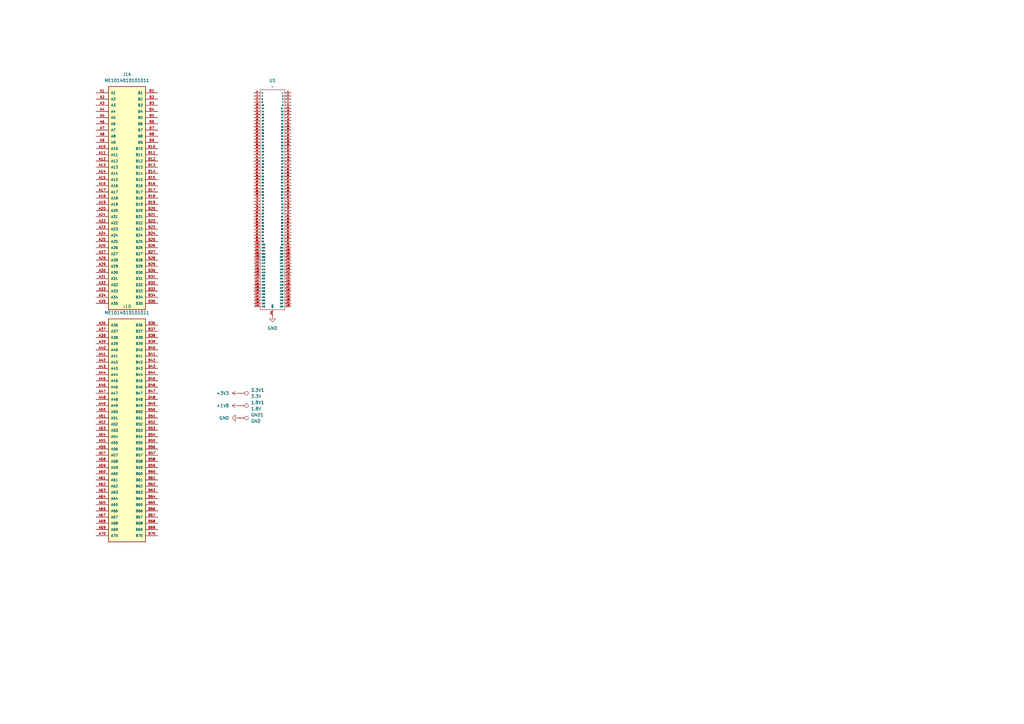
<source format=kicad_sch>
(kicad_sch (version 20231120) (generator "eeschema") (generator_version "8.0")
  (paper "A3")
  (lib_symbols
    (symbol "Connector:TestPoint" (pin_numbers hide) (pin_names (offset 0.762) hide)
      (property "Reference" "TP" (at 0 6.858 0))
      (property "Value" "TestPoint" (at 0 5.08 0))
      (symbol "TestPoint_0_1"
        (circle (center 0 3.302) (radius 0.762))
      )
      (symbol "TestPoint_1_1"
        (pin passive line (at 0 0 90) (length 2.54) (name "1") (number "1"))
      )
    )
    (symbol "FX10:FX10-140"
      (property "Reference" "U" (at 0 0 0))
      (symbol "FX10-140_0_1"
        (rectangle (start 0 -2.54) (end 10.16 -92.71))
      )
      (symbol "FX10-140_1_1"
        (pin input line (at 12.7 -3.81 180) (length 2.54) (name "1") (number "1"))
        (pin input line (at -2.54 -8.89 0) (length 2.54) (name "10") (number "10"))
        (pin input line (at -2.54 -66.04 0) (length 2.54) (name "100") (number "100"))
        (pin input line (at 12.7 -67.31 180) (length 2.54) (name "101") (number "101"))
        (pin input line (at -2.54 -67.31 0) (length 2.54) (name "102") (number "102"))
        (pin input line (at 12.7 -68.58 180) (length 2.54) (name "103") (number "103"))
        (pin input line (at -2.54 -68.58 0) (length 2.54) (name "104") (number "104"))
        (pin input line (at 12.7 -69.85 180) (length 2.54) (name "105") (number "105"))
        (pin input line (at -2.54 -69.85 0) (length 2.54) (name "106") (number "106"))
        (pin input line (at 12.7 -71.12 180) (length 2.54) (name "107") (number "107"))
        (pin input line (at -2.54 -71.12 0) (length 2.54) (name "108") (number "108"))
        (pin input line (at 12.7 -72.39 180) (length 2.54) (name "109") (number "109"))
        (pin input line (at 12.7 -10.16 180) (length 2.54) (name "11") (number "11"))
        (pin input line (at -2.54 -72.39 0) (length 2.54) (name "110") (number "110"))
        (pin input line (at 12.7 -73.66 180) (length 2.54) (name "111") (number "111"))
        (pin input line (at -2.54 -73.66 0) (length 2.54) (name "112") (number "112"))
        (pin input line (at 12.7 -74.93 180) (length 2.54) (name "113") (number "113"))
        (pin input line (at -2.54 -74.93 0) (length 2.54) (name "114") (number "114"))
        (pin input line (at 12.7 -76.2 180) (length 2.54) (name "115") (number "115"))
        (pin input line (at -2.54 -76.2 0) (length 2.54) (name "116") (number "116"))
        (pin input line (at 12.7 -77.47 180) (length 2.54) (name "117") (number "117"))
        (pin input line (at -2.54 -77.47 0) (length 2.54) (name "118") (number "118"))
        (pin input line (at 12.7 -78.74 180) (length 2.54) (name "119") (number "119"))
        (pin input line (at -2.54 -10.16 0) (length 2.54) (name "12") (number "12"))
        (pin input line (at -2.54 -78.74 0) (length 2.54) (name "120") (number "120"))
        (pin input line (at 12.7 -80.01 180) (length 2.54) (name "121") (number "121"))
        (pin input line (at -2.54 -80.01 0) (length 2.54) (name "122") (number "122"))
        (pin input line (at 12.7 -81.28 180) (length 2.54) (name "123") (number "123"))
        (pin input line (at -2.54 -81.28 0) (length 2.54) (name "124") (number "124"))
        (pin input line (at 12.7 -82.55 180) (length 2.54) (name "125") (number "125"))
        (pin input line (at -2.54 -82.55 0) (length 2.54) (name "126") (number "126"))
        (pin input line (at 12.7 -83.82 180) (length 2.54) (name "127") (number "127"))
        (pin input line (at -2.54 -83.82 0) (length 2.54) (name "128") (number "128"))
        (pin input line (at 12.7 -85.09 180) (length 2.54) (name "129") (number "129"))
        (pin input line (at 12.7 -11.43 180) (length 2.54) (name "13") (number "13"))
        (pin input line (at -2.54 -85.09 0) (length 2.54) (name "130") (number "130"))
        (pin input line (at 12.7 -86.36 180) (length 2.54) (name "131") (number "131"))
        (pin input line (at -2.54 -86.36 0) (length 2.54) (name "132") (number "132"))
        (pin input line (at 12.7 -87.63 180) (length 2.54) (name "133") (number "133"))
        (pin input line (at -2.54 -87.63 0) (length 2.54) (name "134") (number "134"))
        (pin input line (at 12.7 -88.9 180) (length 2.54) (name "135") (number "135"))
        (pin input line (at -2.54 -88.9 0) (length 2.54) (name "136") (number "136"))
        (pin input line (at 12.7 -90.17 180) (length 2.54) (name "137") (number "137"))
        (pin input line (at -2.54 -90.17 0) (length 2.54) (name "138") (number "138"))
        (pin input line (at 12.7 -91.44 180) (length 2.54) (name "139") (number "139"))
        (pin input line (at -2.54 -11.43 0) (length 2.54) (name "14") (number "14"))
        (pin input line (at -2.54 -91.44 0) (length 2.54) (name "140") (number "140"))
        (pin input line (at 5.08 -95.25 90) (length 2.54) (name "GND") (number "141"))
        (pin input line (at 12.7 -12.7 180) (length 2.54) (name "15") (number "15"))
        (pin input line (at -2.54 -12.7 0) (length 2.54) (name "16") (number "16"))
        (pin input line (at 12.7 -13.97 180) (length 2.54) (name "17") (number "17"))
        (pin input line (at -2.54 -13.97 0) (length 2.54) (name "18") (number "18"))
        (pin input line (at 12.7 -15.24 180) (length 2.54) (name "19") (number "19"))
        (pin input line (at -2.54 -3.81 0) (length 2.54) (name "2") (number "2"))
        (pin input line (at -2.54 -15.24 0) (length 2.54) (name "20") (number "20"))
        (pin input line (at 12.7 -16.51 180) (length 2.54) (name "21") (number "21"))
        (pin input line (at -2.54 -16.51 0) (length 2.54) (name "22") (number "22"))
        (pin input line (at 12.7 -17.78 180) (length 2.54) (name "23") (number "23"))
        (pin input line (at -2.54 -17.78 0) (length 2.54) (name "24") (number "24"))
        (pin input line (at 12.7 -19.05 180) (length 2.54) (name "25") (number "25"))
        (pin input line (at -2.54 -19.05 0) (length 2.54) (name "26") (number "26"))
        (pin input line (at 12.7 -20.32 180) (length 2.54) (name "27") (number "27"))
        (pin input line (at -2.54 -20.32 0) (length 2.54) (name "28") (number "28"))
        (pin input line (at 12.7 -21.59 180) (length 2.54) (name "29") (number "29"))
        (pin input line (at 12.7 -5.08 180) (length 2.54) (name "3") (number "3"))
        (pin input line (at -2.54 -21.59 0) (length 2.54) (name "30") (number "30"))
        (pin input line (at 12.7 -22.86 180) (length 2.54) (name "31") (number "31"))
        (pin input line (at -2.54 -22.86 0) (length 2.54) (name "32") (number "32"))
        (pin input line (at 12.7 -24.13 180) (length 2.54) (name "33") (number "33"))
        (pin input line (at -2.54 -24.13 0) (length 2.54) (name "34") (number "34"))
        (pin input line (at 12.7 -25.4 180) (length 2.54) (name "35") (number "35"))
        (pin input line (at -2.54 -25.4 0) (length 2.54) (name "36") (number "36"))
        (pin input line (at 12.7 -26.67 180) (length 2.54) (name "37") (number "37"))
        (pin input line (at -2.54 -26.67 0) (length 2.54) (name "38") (number "38"))
        (pin input line (at 12.7 -27.94 180) (length 2.54) (name "39") (number "39"))
        (pin input line (at -2.54 -5.08 0) (length 2.54) (name "4") (number "4"))
        (pin input line (at -2.54 -27.94 0) (length 2.54) (name "40") (number "40"))
        (pin input line (at 12.7 -29.21 180) (length 2.54) (name "41") (number "41"))
        (pin input line (at -2.54 -29.21 0) (length 2.54) (name "42") (number "42"))
        (pin input line (at 12.7 -30.48 180) (length 2.54) (name "43") (number "43"))
        (pin input line (at -2.54 -30.48 0) (length 2.54) (name "44") (number "44"))
        (pin input line (at 12.7 -31.75 180) (length 2.54) (name "45") (number "45"))
        (pin input line (at -2.54 -31.75 0) (length 2.54) (name "46") (number "46"))
        (pin input line (at 12.7 -33.02 180) (length 2.54) (name "47") (number "47"))
        (pin input line (at -2.54 -33.02 0) (length 2.54) (name "48") (number "48"))
        (pin input line (at 12.7 -34.29 180) (length 2.54) (name "49") (number "49"))
        (pin input line (at 12.7 -6.35 180) (length 2.54) (name "5") (number "5"))
        (pin input line (at -2.54 -34.29 0) (length 2.54) (name "50") (number "50"))
        (pin input line (at 12.7 -35.56 180) (length 2.54) (name "51") (number "51"))
        (pin input line (at -2.54 -35.56 0) (length 2.54) (name "52") (number "52"))
        (pin input line (at 12.7 -36.83 180) (length 2.54) (name "53") (number "53"))
        (pin input line (at -2.54 -36.83 0) (length 2.54) (name "54") (number "54"))
        (pin input line (at 12.7 -38.1 180) (length 2.54) (name "55") (number "55"))
        (pin input line (at -2.54 -38.1 0) (length 2.54) (name "56") (number "56"))
        (pin input line (at 12.7 -39.37 180) (length 2.54) (name "57") (number "57"))
        (pin input line (at -2.54 -39.37 0) (length 2.54) (name "58") (number "58"))
        (pin input line (at 12.7 -40.64 180) (length 2.54) (name "59") (number "59"))
        (pin input line (at -2.54 -6.35 0) (length 2.54) (name "6") (number "6"))
        (pin input line (at -2.54 -40.64 0) (length 2.54) (name "60") (number "60"))
        (pin input line (at 12.7 -41.91 180) (length 2.54) (name "61") (number "61"))
        (pin input line (at -2.54 -41.91 0) (length 2.54) (name "62") (number "62"))
        (pin input line (at 12.7 -43.18 180) (length 2.54) (name "63") (number "63"))
        (pin input line (at -2.54 -43.18 0) (length 2.54) (name "64") (number "64"))
        (pin input line (at 12.7 -44.45 180) (length 2.54) (name "65") (number "65"))
        (pin input line (at -2.54 -44.45 0) (length 2.54) (name "66") (number "66"))
        (pin input line (at 12.7 -45.72 180) (length 2.54) (name "67") (number "67"))
        (pin input line (at -2.54 -45.72 0) (length 2.54) (name "68") (number "68"))
        (pin input line (at 12.7 -46.99 180) (length 2.54) (name "69") (number "69"))
        (pin input line (at 12.7 -7.62 180) (length 2.54) (name "7") (number "7"))
        (pin input line (at -2.54 -46.99 0) (length 2.54) (name "70") (number "70"))
        (pin input line (at 12.7 -48.26 180) (length 2.54) (name "71") (number "71"))
        (pin input line (at -2.54 -48.26 0) (length 2.54) (name "72") (number "72"))
        (pin input line (at 12.7 -49.53 180) (length 2.54) (name "73") (number "73"))
        (pin input line (at -2.54 -49.53 0) (length 2.54) (name "74") (number "74"))
        (pin input line (at 12.7 -50.8 180) (length 2.54) (name "75") (number "75"))
        (pin input line (at -2.54 -50.8 0) (length 2.54) (name "76") (number "76"))
        (pin input line (at 12.7 -52.07 180) (length 2.54) (name "77") (number "77"))
        (pin input line (at -2.54 -52.07 0) (length 2.54) (name "78") (number "78"))
        (pin input line (at 12.7 -53.34 180) (length 2.54) (name "79") (number "79"))
        (pin input line (at -2.54 -7.62 0) (length 2.54) (name "8") (number "8"))
        (pin input line (at -2.54 -53.34 0) (length 2.54) (name "80") (number "80"))
        (pin input line (at 12.7 -54.61 180) (length 2.54) (name "81") (number "81"))
        (pin input line (at -2.54 -54.61 0) (length 2.54) (name "82") (number "82"))
        (pin input line (at 12.7 -55.88 180) (length 2.54) (name "83") (number "83"))
        (pin input line (at -2.54 -55.88 0) (length 2.54) (name "84") (number "84"))
        (pin input line (at 12.7 -57.15 180) (length 2.54) (name "85") (number "85"))
        (pin input line (at -2.54 -57.15 0) (length 2.54) (name "86") (number "86"))
        (pin input line (at 12.7 -58.42 180) (length 2.54) (name "87") (number "87"))
        (pin input line (at -2.54 -58.42 0) (length 2.54) (name "88") (number "88"))
        (pin input line (at 12.7 -59.69 180) (length 2.54) (name "89") (number "89"))
        (pin input line (at 12.7 -8.89 180) (length 2.54) (name "9") (number "9"))
        (pin input line (at -2.54 -59.69 0) (length 2.54) (name "90") (number "90"))
        (pin input line (at 12.7 -60.96 180) (length 2.54) (name "91") (number "91"))
        (pin input line (at -2.54 -60.96 0) (length 2.54) (name "92") (number "92"))
        (pin input line (at 12.7 -62.23 180) (length 2.54) (name "93") (number "93"))
        (pin input line (at -2.54 -62.23 0) (length 2.54) (name "94") (number "94"))
        (pin input line (at 12.7 -63.5 180) (length 2.54) (name "95") (number "95"))
        (pin input line (at -2.54 -63.5 0) (length 2.54) (name "96") (number "96"))
        (pin input line (at 12.7 -64.77 180) (length 2.54) (name "97") (number "97"))
        (pin input line (at -2.54 -64.77 0) (length 2.54) (name "98") (number "98"))
        (pin input line (at 12.7 -66.04 180) (length 2.54) (name "99") (number "99"))
      )
    )
    (symbol "HYDRA_Amphenol_card:ME1014010101011" (pin_names (offset 1.016))
      (property "Reference" "J" (at -7.62 46.482 0))
      (property "Value" "ME1014010101011" (at -7.62 -48.26 0))
      (symbol "ME1014010101011_1_0"
        (rectangle (start -7.62 -45.72) (end 7.62 45.72) (stroke (width 0.254)) (fill (type background)))
        (pin passive line (at -12.7 43.18 0) (length 5.08) (name "A1") (number "A1"))
        (pin passive line (at -12.7 20.32 0) (length 5.08) (name "A10") (number "A10"))
        (pin passive line (at -12.7 17.78 0) (length 5.08) (name "A11") (number "A11"))
        (pin passive line (at -12.7 15.24 0) (length 5.08) (name "A12") (number "A12"))
        (pin passive line (at -12.7 12.7 0) (length 5.08) (name "A13") (number "A13"))
        (pin passive line (at -12.7 10.16 0) (length 5.08) (name "A14") (number "A14"))
        (pin passive line (at -12.7 7.62 0) (length 5.08) (name "A15") (number "A15"))
        (pin passive line (at -12.7 5.08 0) (length 5.08) (name "A16") (number "A16"))
        (pin passive line (at -12.7 2.54 0) (length 5.08) (name "A17") (number "A17"))
        (pin passive line (at -12.7 0 0) (length 5.08) (name "A18") (number "A18"))
        (pin passive line (at -12.7 -2.54 0) (length 5.08) (name "A19") (number "A19"))
        (pin passive line (at -12.7 40.64 0) (length 5.08) (name "A2") (number "A2"))
        (pin passive line (at -12.7 -5.08 0) (length 5.08) (name "A20") (number "A20"))
        (pin passive line (at -12.7 -7.62 0) (length 5.08) (name "A21") (number "A21"))
        (pin passive line (at -12.7 -10.16 0) (length 5.08) (name "A22") (number "A22"))
        (pin passive line (at -12.7 -12.7 0) (length 5.08) (name "A23") (number "A23"))
        (pin passive line (at -12.7 -15.24 0) (length 5.08) (name "A24") (number "A24"))
        (pin passive line (at -12.7 -17.78 0) (length 5.08) (name "A25") (number "A25"))
        (pin passive line (at -12.7 -20.32 0) (length 5.08) (name "A26") (number "A26"))
        (pin passive line (at -12.7 -22.86 0) (length 5.08) (name "A27") (number "A27"))
        (pin passive line (at -12.7 -25.4 0) (length 5.08) (name "A28") (number "A28"))
        (pin passive line (at -12.7 -27.94 0) (length 5.08) (name "A29") (number "A29"))
        (pin passive line (at -12.7 38.1 0) (length 5.08) (name "A3") (number "A3"))
        (pin passive line (at -12.7 -30.48 0) (length 5.08) (name "A30") (number "A30"))
        (pin passive line (at -12.7 -33.02 0) (length 5.08) (name "A31") (number "A31"))
        (pin passive line (at -12.7 -35.56 0) (length 5.08) (name "A32") (number "A32"))
        (pin passive line (at -12.7 -38.1 0) (length 5.08) (name "A33") (number "A33"))
        (pin passive line (at -12.7 -40.64 0) (length 5.08) (name "A34") (number "A34"))
        (pin passive line (at -12.7 -43.18 0) (length 5.08) (name "A35") (number "A35"))
        (pin passive line (at -12.7 35.56 0) (length 5.08) (name "A4") (number "A4"))
        (pin passive line (at -12.7 33.02 0) (length 5.08) (name "A5") (number "A5"))
        (pin passive line (at -12.7 30.48 0) (length 5.08) (name "A6") (number "A6"))
        (pin passive line (at -12.7 27.94 0) (length 5.08) (name "A7") (number "A7"))
        (pin passive line (at -12.7 25.4 0) (length 5.08) (name "A8") (number "A8"))
        (pin passive line (at -12.7 22.86 0) (length 5.08) (name "A9") (number "A9"))
        (pin passive line (at 12.7 43.18 180) (length 5.08) (name "B1") (number "B1"))
        (pin passive line (at 12.7 20.32 180) (length 5.08) (name "B10") (number "B10"))
        (pin passive line (at 12.7 17.78 180) (length 5.08) (name "B11") (number "B11"))
        (pin passive line (at 12.7 15.24 180) (length 5.08) (name "B12") (number "B12"))
        (pin passive line (at 12.7 12.7 180) (length 5.08) (name "B13") (number "B13"))
        (pin passive line (at 12.7 10.16 180) (length 5.08) (name "B14") (number "B14"))
        (pin passive line (at 12.7 7.62 180) (length 5.08) (name "B15") (number "B15"))
        (pin passive line (at 12.7 5.08 180) (length 5.08) (name "B16") (number "B16"))
        (pin passive line (at 12.7 2.54 180) (length 5.08) (name "B17") (number "B17"))
        (pin passive line (at 12.7 0 180) (length 5.08) (name "B18") (number "B18"))
        (pin passive line (at 12.7 -2.54 180) (length 5.08) (name "B19") (number "B19"))
        (pin passive line (at 12.7 40.64 180) (length 5.08) (name "B2") (number "B2"))
        (pin passive line (at 12.7 -5.08 180) (length 5.08) (name "B20") (number "B20"))
        (pin passive line (at 12.7 -7.62 180) (length 5.08) (name "B21") (number "B21"))
        (pin passive line (at 12.7 -10.16 180) (length 5.08) (name "B22") (number "B22"))
        (pin passive line (at 12.7 -12.7 180) (length 5.08) (name "B23") (number "B23"))
        (pin passive line (at 12.7 -15.24 180) (length 5.08) (name "B24") (number "B24"))
        (pin passive line (at 12.7 -17.78 180) (length 5.08) (name "B25") (number "B25"))
        (pin passive line (at 12.7 -20.32 180) (length 5.08) (name "B26") (number "B26"))
        (pin passive line (at 12.7 -22.86 180) (length 5.08) (name "B27") (number "B27"))
        (pin passive line (at 12.7 -25.4 180) (length 5.08) (name "B28") (number "B28"))
        (pin passive line (at 12.7 -27.94 180) (length 5.08) (name "B29") (number "B29"))
        (pin passive line (at 12.7 38.1 180) (length 5.08) (name "B3") (number "B3"))
        (pin passive line (at 12.7 -30.48 180) (length 5.08) (name "B30") (number "B30"))
        (pin passive line (at 12.7 -33.02 180) (length 5.08) (name "B31") (number "B31"))
        (pin passive line (at 12.7 -35.56 180) (length 5.08) (name "B32") (number "B32"))
        (pin passive line (at 12.7 -38.1 180) (length 5.08) (name "B33") (number "B33"))
        (pin passive line (at 12.7 -40.64 180) (length 5.08) (name "B34") (number "B34"))
        (pin passive line (at 12.7 -43.18 180) (length 5.08) (name "B35") (number "B35"))
        (pin passive line (at 12.7 35.56 180) (length 5.08) (name "B4") (number "B4"))
        (pin passive line (at 12.7 33.02 180) (length 5.08) (name "B5") (number "B5"))
        (pin passive line (at 12.7 30.48 180) (length 5.08) (name "B6") (number "B6"))
        (pin passive line (at 12.7 27.94 180) (length 5.08) (name "B7") (number "B7"))
        (pin passive line (at 12.7 25.4 180) (length 5.08) (name "B8") (number "B8"))
        (pin passive line (at 12.7 22.86 180) (length 5.08) (name "B9") (number "B9"))
      )
      (symbol "ME1014010101011_2_0"
        (rectangle (start -7.62 -45.72) (end 7.62 45.72) (stroke (width 0.254)) (fill (type background)))
        (pin passive line (at -12.7 43.18 0) (length 5.08) (name "A36") (number "A36"))
        (pin passive line (at -12.7 40.64 0) (length 5.08) (name "A37") (number "A37"))
        (pin passive line (at -12.7 38.1 0) (length 5.08) (name "A38") (number "A38"))
        (pin passive line (at -12.7 35.56 0) (length 5.08) (name "A39") (number "A39"))
        (pin passive line (at -12.7 33.02 0) (length 5.08) (name "A40") (number "A40"))
        (pin passive line (at -12.7 30.48 0) (length 5.08) (name "A41") (number "A41"))
        (pin passive line (at -12.7 27.94 0) (length 5.08) (name "A42") (number "A42"))
        (pin passive line (at -12.7 25.4 0) (length 5.08) (name "A43") (number "A43"))
        (pin passive line (at -12.7 22.86 0) (length 5.08) (name "A44") (number "A44"))
        (pin passive line (at -12.7 20.32 0) (length 5.08) (name "A45") (number "A45"))
        (pin passive line (at -12.7 17.78 0) (length 5.08) (name "A46") (number "A46"))
        (pin passive line (at -12.7 15.24 0) (length 5.08) (name "A47") (number "A47"))
        (pin passive line (at -12.7 12.7 0) (length 5.08) (name "A48") (number "A48"))
        (pin passive line (at -12.7 10.16 0) (length 5.08) (name "A49") (number "A49"))
        (pin passive line (at -12.7 7.62 0) (length 5.08) (name "A50") (number "A50"))
        (pin passive line (at -12.7 5.08 0) (length 5.08) (name "A51") (number "A51"))
        (pin passive line (at -12.7 2.54 0) (length 5.08) (name "A52") (number "A52"))
        (pin passive line (at -12.7 0 0) (length 5.08) (name "A53") (number "A53"))
        (pin passive line (at -12.7 -2.54 0) (length 5.08) (name "A54") (number "A54"))
        (pin passive line (at -12.7 -5.08 0) (length 5.08) (name "A55") (number "A55"))
        (pin passive line (at -12.7 -7.62 0) (length 5.08) (name "A56") (number "A56"))
        (pin passive line (at -12.7 -10.16 0) (length 5.08) (name "A57") (number "A57"))
        (pin passive line (at -12.7 -12.7 0) (length 5.08) (name "A58") (number "A58"))
        (pin passive line (at -12.7 -15.24 0) (length 5.08) (name "A59") (number "A59"))
        (pin passive line (at -12.7 -17.78 0) (length 5.08) (name "A60") (number "A60"))
        (pin passive line (at -12.7 -20.32 0) (length 5.08) (name "A61") (number "A61"))
        (pin passive line (at -12.7 -22.86 0) (length 5.08) (name "A62") (number "A62"))
        (pin passive line (at -12.7 -25.4 0) (length 5.08) (name "A63") (number "A63"))
        (pin passive line (at -12.7 -27.94 0) (length 5.08) (name "A64") (number "A64"))
        (pin passive line (at -12.7 -30.48 0) (length 5.08) (name "A65") (number "A65"))
        (pin passive line (at -12.7 -33.02 0) (length 5.08) (name "A66") (number "A66"))
        (pin passive line (at -12.7 -35.56 0) (length 5.08) (name "A67") (number "A67"))
        (pin passive line (at -12.7 -38.1 0) (length 5.08) (name "A68") (number "A68"))
        (pin passive line (at -12.7 -40.64 0) (length 5.08) (name "A69") (number "A69"))
        (pin passive line (at -12.7 -43.18 0) (length 5.08) (name "A70") (number "A70"))
        (pin passive line (at 12.7 43.18 180) (length 5.08) (name "B36") (number "B36"))
        (pin passive line (at 12.7 40.64 180) (length 5.08) (name "B37") (number "B37"))
        (pin passive line (at 12.7 38.1 180) (length 5.08) (name "B38") (number "B38"))
        (pin passive line (at 12.7 35.56 180) (length 5.08) (name "B39") (number "B39"))
        (pin passive line (at 12.7 33.02 180) (length 5.08) (name "B40") (number "B40"))
        (pin passive line (at 12.7 30.48 180) (length 5.08) (name "B41") (number "B41"))
        (pin passive line (at 12.7 27.94 180) (length 5.08) (name "B42") (number "B42"))
        (pin passive line (at 12.7 25.4 180) (length 5.08) (name "B43") (number "B43"))
        (pin passive line (at 12.7 22.86 180) (length 5.08) (name "B44") (number "B44"))
        (pin passive line (at 12.7 20.32 180) (length 5.08) (name "B45") (number "B45"))
        (pin passive line (at 12.7 17.78 180) (length 5.08) (name "B46") (number "B46"))
        (pin passive line (at 12.7 15.24 180) (length 5.08) (name "B47") (number "B47"))
        (pin passive line (at 12.7 12.7 180) (length 5.08) (name "B48") (number "B48"))
        (pin passive line (at 12.7 10.16 180) (length 5.08) (name "B49") (number "B49"))
        (pin passive line (at 12.7 7.62 180) (length 5.08) (name "B50") (number "B50"))
        (pin passive line (at 12.7 5.08 180) (length 5.08) (name "B51") (number "B51"))
        (pin passive line (at 12.7 2.54 180) (length 5.08) (name "B52") (number "B52"))
        (pin passive line (at 12.7 0 180) (length 5.08) (name "B53") (number "B53"))
        (pin passive line (at 12.7 -2.54 180) (length 5.08) (name "B54") (number "B54"))
        (pin passive line (at 12.7 -5.08 180) (length 5.08) (name "B55") (number "B55"))
        (pin passive line (at 12.7 -7.62 180) (length 5.08) (name "B56") (number "B56"))
        (pin passive line (at 12.7 -10.16 180) (length 5.08) (name "B57") (number "B57"))
        (pin passive line (at 12.7 -12.7 180) (length 5.08) (name "B58") (number "B58"))
        (pin passive line (at 12.7 -15.24 180) (length 5.08) (name "B59") (number "B59"))
        (pin passive line (at 12.7 -17.78 180) (length 5.08) (name "B60") (number "B60"))
        (pin passive line (at 12.7 -20.32 180) (length 5.08) (name "B61") (number "B61"))
        (pin passive line (at 12.7 -22.86 180) (length 5.08) (name "B62") (number "B62"))
        (pin passive line (at 12.7 -25.4 180) (length 5.08) (name "B63") (number "B63"))
        (pin passive line (at 12.7 -27.94 180) (length 5.08) (name "B64") (number "B64"))
        (pin passive line (at 12.7 -30.48 180) (length 5.08) (name "B65") (number "B65"))
        (pin passive line (at 12.7 -33.02 180) (length 5.08) (name "B66") (number "B66"))
        (pin passive line (at 12.7 -35.56 180) (length 5.08) (name "B67") (number "B67"))
        (pin passive line (at 12.7 -38.1 180) (length 5.08) (name "B68") (number "B68"))
        (pin passive line (at 12.7 -40.64 180) (length 5.08) (name "B69") (number "B69"))
        (pin passive line (at 12.7 -43.18 180) (length 5.08) (name "B70") (number "B70"))
      )
    )
    (symbol "power:+1V8" (power) (pin_numbers hide) (pin_names (offset 0) hide)
      (property "Value" "+1V8" (at 0 3.556 0))
      (symbol "+1V8_0_1"
        (polyline (pts (xy -0.762 1.27) (xy 0 2.54)))
        (polyline (pts (xy 0 0) (xy 0 2.54)))
        (polyline (pts (xy 0 2.54) (xy 0.762 1.27)))
      )
      (symbol "+1V8_1_1"
        (pin power_in line (at 0 0 90) (length 0) (name "~") (number "1"))
      )
    )
    (symbol "power:+3V3" (power) (pin_numbers hide) (pin_names (offset 0) hide)
      (property "Value" "+3V3" (at 0 3.556 0))
      (symbol "+3V3_0_1"
        (polyline (pts (xy -0.762 1.27) (xy 0 2.54)))
        (polyline (pts (xy 0 0) (xy 0 2.54)))
        (polyline (pts (xy 0 2.54) (xy 0.762 1.27)))
      )
      (symbol "+3V3_1_1"
        (pin power_in line (at 0 0 90) (length 0) (name "~") (number "1"))
      )
    )
    (symbol "power:GND" (power) (pin_numbers hide) (pin_names (offset 0) hide)
      (property "Value" "GND" (at 0 -3.81 0))
      (symbol "GND_0_1"
        (polyline (pts (xy 0 0) (xy 0 -1.27) (xy 1.27 -1.27) (xy 0 -2.54) (xy -1.27 -1.27) (xy 0 -1.27)))
      )
      (symbol "GND_1_1"
        (pin power_in line (at 0 0 270) (length 0) (name "~") (number "1"))
      )
    )
  )
  (symbol (lib_id "power:GND") (at 111.76 129.54 0) (unit 1)
    (property "Reference" "#PWR01" (effects (hide yes)))
    (property "Value" "GND" (at 111.76 134.62 0))
    (property "Description" "Power symbol creates a global label with name \"GND\" , ground" (effects (hide yes)))
  )
  (symbol (lib_id "FX10:FX10-140") (at 106.68 34.29 0) (unit 1)
    (property "Reference" "U1" (at 111.76 33.02 0))
    (property "Value" "~" (at 111.76 35.56 0))
    (property "Footprint" "Card_Edge_Connector_FCI:Hirose-FX10" (effects (hide yes)))
  )
  (symbol (lib_id "Connector:TestPoint") (at 97.79 166.37 270) (unit 1)
    (property "Reference" "1.8V1" (at 102.87 165.0999 90) (effects (justify left)))
    (property "Value" "1.8V" (at 102.87 167.6399 90) (effects (justify left)))
    (property "Footprint" "TestPoint:TestPoint_Pad_D2.5mm" (effects (hide yes)))
    (property "Description" "test point" (effects (hide yes)))
  )
  (symbol (lib_id "power:+1V8") (at 97.79 166.37 90) (unit 1)
    (property "Reference" "#PWR03" (effects (hide yes)))
    (property "Value" "+1V8" (at 93.98 166.3699 90) (effects (justify left)))
    (property "Description" "Power symbol creates a global label with name \"+1V8\"" (effects (hide yes)))
  )
  (symbol (lib_id "power:+3V3") (at 97.79 161.29 90) (unit 1)
    (property "Reference" "#PWR02" (effects (hide yes)))
    (property "Value" "+3V3" (at 93.98 161.2899 90) (effects (justify left)))
    (property "Description" "Power symbol creates a global label with name \"+3V3\"" (effects (hide yes)))
  )
  (symbol (lib_id "HYDRA_Amphenol_card:ME1014010101011") (at 52.07 81.28 0) (unit 1)
    (property "Reference" "J1" (at 52.07 30.48 0))
    (property "Value" "ME1014010101011" (at 52.07 33.02 0))
    (property "Footprint" "Card_Edge_Connector_FCI:Edge-Card-Connector" (effects (hide yes)))
    (property "PARTREV" "11" (effects (hide yes)))
    (property "STANDARD" "Manufacturer Recommendations" (effects (hide yes)))
    (property "SNAPEDA_PN" "ME1014010101011" (effects (hide yes)))
    (property "MAXIMUM_PACKAGE_HEIGHT" "9.1mm" (effects (hide yes)))
    (property "MANUFACTURER" "Amphenol" (effects (hide yes)))
  )
  (symbol (lib_id "power:GND") (at 97.79 171.45 270) (unit 1)
    (property "Reference" "#PWR04" (effects (hide yes)))
    (property "Value" "GND" (at 93.98 171.4499 90) (effects (justify right)))
    (property "Description" "Power symbol creates a global label with name \"GND\" , ground" (effects (hide yes)))
  )
  (symbol (lib_id "Connector:TestPoint") (at 97.79 161.29 270) (unit 1)
    (property "Reference" "3.3V1" (at 102.87 160.0199 90) (effects (justify left)))
    (property "Value" "3.3V" (at 102.87 162.5599 90) (effects (justify left)))
    (property "Footprint" "TestPoint:TestPoint_Pad_D2.5mm" (effects (hide yes)))
    (property "Description" "test point" (effects (hide yes)))
  )
  (symbol (lib_id "HYDRA_Amphenol_card:ME1014010101011") (at 52.07 176.53 0) (unit 2)
    (property "Reference" "J1" (at 52.07 125.73 0))
    (property "Value" "ME1014010101011" (at 52.07 128.27 0))
    (property "Footprint" "Card_Edge_Connector_FCI:Edge-Card-Connector" (effects (hide yes)))
    (property "PARTREV" "11" (effects (hide yes)))
    (property "STANDARD" "Manufacturer Recommendations" (effects (hide yes)))
    (property "SNAPEDA_PN" "ME1014010101011" (effects (hide yes)))
    (property "MAXIMUM_PACKAGE_HEIGHT" "9.1mm" (effects (hide yes)))
    (property "MANUFACTURER" "Amphenol" (effects (hide yes)))
  )
  (symbol (lib_id "Connector:TestPoint") (at 97.79 171.45 270) (unit 1)
    (property "Reference" "GND1" (at 102.87 170.1799 90) (effects (justify left)))
    (property "Value" "GND" (at 102.87 172.7199 90) (effects (justify left)))
    (property "Footprint" "TestPoint:TestPoint_Pad_2.5x2.5mm" (effects (hide yes)))
    (property "Description" "test point" (effects (hide yes)))
  )
)
</source>
